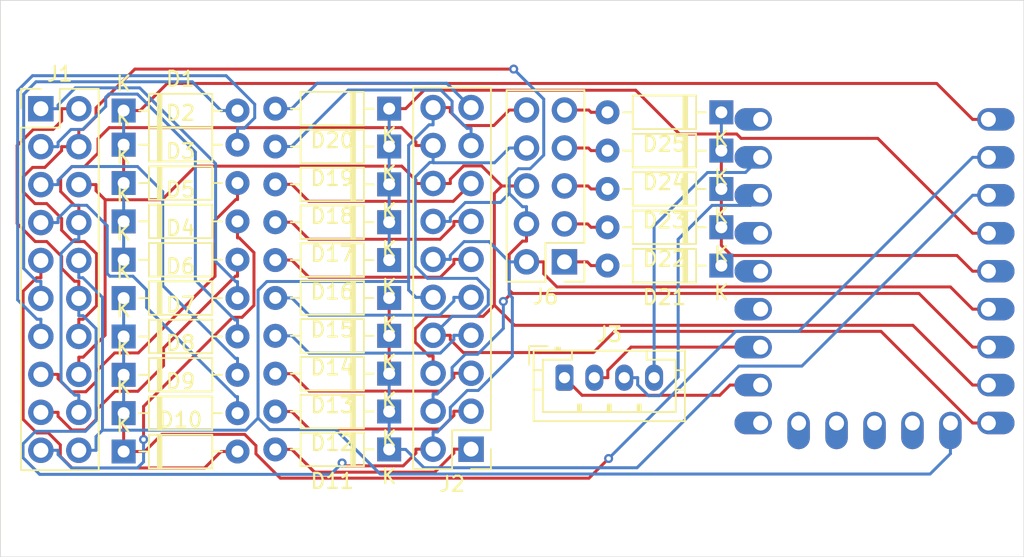
<source format=kicad_pcb>
(kicad_pcb (version 20240108) (generator "pcbnew") (generator_version "8.0")
  (layers (0 "F.Cu" signal) (31 "B.Cu" signal) (34 "B.Paste" user) (35 "F.Paste" user) (36 "B.SilkS" user "B.Silkscreen") (37 "F.SilkS" user "F.Silkscreen") (38 "B.Mask" user) (39 "F.Mask" user) (44 "Edge.Cuts" user))
  (net 0 "")
  (net 1 "Net-(D1-A)")
  (net 2 "Net-(D2-A)")
  (net 3 "Net-(D3-A)")
  (net 4 "Net-(D4-A)")
  (net 5 "Net-(D5-A)")
  (net 6 "Row 1")
  (net 7 "Net-(D6-A)")
  (net 8 "Net-(D7-A)")
  (net 9 "Net-(D8-A)")
  (net 10 "Net-(D9-A)")
  (net 11 "Net-(D10-A)")
  (net 12 "Row 2")
  (net 13 "Net-(D11-A)")
  (net 14 "Net-(D12-A)")
  (net 15 "Net-(D13-A)")
  (net 16 "Net-(D14-A)")
  (net 17 "Net-(D15-A)")
  (net 18 "Net-(D16-A)")
  (net 19 "Row 3")
  (net 20 "Net-(D17-A)")
  (net 21 "Net-(D18-A)")
  (net 22 "Net-(D19-A)")
  (net 23 "Net-(D20-A)")
  (net 24 "Row 4")
  (net 25 "Net-(D21-A)")
  (net 26 "Net-(D22-A)")
  (net 27 "Net-(D23-A)")
  (net 28 "Net-(D24-A)")
  (net 29 "Net-(D25-A)")
  (net 31 "Column 4")
  (net 33 "Column 3")
  (net 34 "Column 1")
  (net 40 "Column 2")
  (net 43 "Row 5")
  (net 44 "Column 5")
  (net 45 "Net-(J3-Pin_4)")
  (net 46 "Net-(J3-Pin_1)")
  (net 47 "Net-(J3-Pin_3)")
  (net 48 "Net-(J3-Pin_2)")
  (footprint "ScottoKeebs_Components:Diode_DO-35" (layer "F.Cu") (at 120.77 81.2666 180)
    (property "Reference" "D12")
    (property "Value" "Diode")
  )
  (footprint "ScottoKeebs_Components:Diode_DO-35" (layer "F.Cu") (at 103 63.4083)
    (property "Reference" "D2")
    (property "Value" "Diode")
  )
  (footprint "ScottoKeebs_Components:Diode_DO-35" (layer "F.Cu") (at 103 71.1083)
    (property "Reference" "D4")
    (property "Value" "Diode")
  )
  (footprint "ScottoKeebs_Components:Diode_DO-35" (layer "F.Cu") (at 103 83.9417)
    (property "Reference" "D10")
    (property "Value" "Diode")
  )
  (footprint "Connector_PinHeader_2.54mm:PinHeader_2x05_P2.54mm_Vertical" (layer "F.Cu") (at 132.5 71.25 180)
    (property "Reference" "J6")
    (property "Value" "Conn_02x05_Odd_Even" (hide yes))
  )
  (footprint "ScottoKeebs_Components:Diode_DO-35" (layer "F.Cu") (at 120.77 63.529 180)
    (property "Reference" "D19")
    (property "Value" "Diode")
  )
  (footprint "ScottoKeebs_Components:Diode_DO-35" (layer "F.Cu") (at 103 76.2417)
    (property "Reference" "D7")
    (property "Value" "Diode")
  )
  (footprint "Connector_JST:JST_PH_B4B-PH-K_1x04_P2.00mm_Vertical" (layer "F.Cu") (at 132.5 79)
    (property "Reference" "J3")
    (property "Value" "joystick")
  )
  (footprint "ScottoKeebs_Components:Diode_DO-35" (layer "F.Cu") (at 120.77 68.5969 180)
    (property "Reference" "D17")
    (property "Value" "Diode")
  )
  (footprint "ScottoKeebs_Components:Diode_DO-35" (layer "F.Cu") (at 143 71.5 180)
    (property "Reference" "D21")
    (property "Value" "Diode")
  )
  (footprint "ScottoKeebs_Components:Diode_DO-35" (layer "F.Cu") (at 143 63.805 180)
    (property "Reference" "D24")
    (property "Value" "Diode")
  )
  (footprint "ScottoKeebs_Components:Diode_DO-35" (layer "F.Cu") (at 120.77 78.7327 180)
    (property "Reference" "D13")
    (property "Value" "Diode")
  )
  (footprint "ScottoKeebs_Components:Diode_DO-35" (layer "F.Cu") (at 103 78.8083)
    (property "Reference" "D8")
    (property "Value" "Diode")
  )
  (footprint "ScottoKeebs_Components:Diode_DO-35" (layer "F.Cu") (at 120.77 71.1308 180)
    (property "Reference" "D16")
    (property "Value" "Diode")
  )
  (footprint "Connector_PinHeader_2.54mm:PinHeader_2x10_P2.54mm_Vertical" (layer "F.Cu") (at 126.25 83.785 180)
    (property "Reference" "J2")
    (property "Value" "Conn_02x10_Odd_Even" (hide yes))
  )
  (footprint "MountingHole:MountingHole_2.2mm_M2" (layer "F.Cu") (at 98.25 56.625)
    (property "Reference" "foo" (hide yes))
    (property "Value" "MountingHole_2.2mm_M2" (hide yes))
  )
  (footprint "ScottoKeebs_Components:Diode_DO-35" (layer "F.Cu") (at 103 61.125)
    (property "Reference" "D1")
    (property "Value" "Diode")
  )
  (footprint "ScottoKeebs_Components:Diode_DO-35" (layer "F.Cu") (at 103 73.675)
    (property "Reference" "D6")
    (property "Value" "Diode")
  )
  (footprint "ScottoKeebs_Components:Diode_DO-35" (layer "F.Cu") (at 120.77 76.1987 180)
    (property "Reference" "D14")
    (property "Value" "Diode")
  )
  (footprint "MountingHole:MountingHole_2.2mm_M2" (layer "F.Cu") (at 160.5 88.25 45)
    (property "Reference" "foo3" (hide yes))
    (property "Value" "MountingHole_2.2mm_M2" (hide yes))
  )
  (footprint "ScottoKeebs_Components:Diode_DO-35" (layer "F.Cu") (at 143 61.24 180)
    (property "Reference" "D25")
    (property "Value" "Diode")
  )
  (footprint "ScottoKeebs_Components:Diode_DO-35" (layer "F.Cu") (at 103 68.5417)
    (property "Reference" "D5")
    (property "Value" "Diode")
  )
  (footprint "ScottoKeebs_Components:Diode_DO-35" (layer "F.Cu") (at 103 81.375)
    (property "Reference" "D9")
    (property "Value" "Diode")
  )
  (footprint "ScottoKeebs_MCU:RP2040_Zero" (layer "F.Cu") (at 153.25 71.875)
    (property "Reference" "U1" (hide yes))
    (property "Value" "RP2040_Zero" (hide yes))
  )
  (footprint "ScottoKeebs_Components:Diode_DO-35" (layer "F.Cu") (at 120.77 60.995 180)
    (property "Reference" "D20")
    (property "Value" "Diode")
  )
  (footprint "ScottoKeebs_Components:Diode_DO-35" (layer "F.Cu") (at 143 66.37 180)
    (property "Reference" "D23")
    (property "Value" "Diode")
  )
  (footprint "MountingHole:MountingHole_2.2mm_M2" (layer "F.Cu") (at 98.25 88.375 45)
    (property "Reference" "foo1" (hide yes))
    (property "Value" "MountingHole_2.2mm_M2" (hide yes))
  )
  (footprint "ScottoKeebs_Components:Diode_DO-35" (layer "F.Cu") (at 120.77 73.6648 180)
    (property "Reference" "D15")
    (property "Value" "Diode")
  )
  (footprint "MountingHole:MountingHole_2.2mm_M2" (layer "F.Cu") (at 160.5 56.5 45)
    (property "Reference" "foo2" (hide yes))
    (property "Value" "MountingHole_2.2mm_M2" (hide yes))
  )
  (footprint "ScottoKeebs_Components:Diode_DO-35" (layer "F.Cu") (at 120.77 83.8006 180)
    (property "Reference" "D11")
    (property "Value" "Diode")
  )
  (footprint "Connector_PinHeader_2.54mm:PinHeader_2x10_P2.54mm_Vertical" (layer "F.Cu") (at 97.46 61)
    (property "Reference" "J1")
    (property "Value" "Conn_02x10_Odd_Even" (hide yes))
  )
  (footprint "ScottoKeebs_Components:Diode_DO-35" (layer "F.Cu") (at 103 65.975)
    (property "Reference" "D3")
    (property "Value" "Diode")
  )
  (footprint "ScottoKeebs_Components:Diode_DO-35" (layer "F.Cu") (at 120.77 66.0629 180)
    (property "Reference" "D18")
    (property "Value" "Diode")
  )
  (footprint "ScottoKeebs_Components:Diode_DO-35" (layer "F.Cu") (at 143 68.935 180)
    (property "Reference" "D22")
    (property "Value" "Diode")
  )
  (gr_rect (start 94.75 53.75) (end 163.25 91) (stroke (width 0.05)) (fill none) (layer "Edge.Cuts"))
  (segment (start 97.1354 59.1979) (end 107.5912 59.1979) (width 0.2) (layer "B.Cu") (net 1))
  (segment (start 96.3083 71.6846) (end 96.3083 60.025) (width 0.2) (layer "B.Cu") (net 1))
  (segment (start 97.46 72.5483) (end 97.172 72.5483) (width 0.2) (layer "B.Cu") (net 1))
  (segment (start 97.172 72.5483) (end 96.3083 71.6846) (width 0.2) (layer "B.Cu") (net 1))
  (segment (start 97.46 73.7) (end 97.46 72.5483) (width 0.2) (layer "B.Cu") (net 1))
  (segment (start 107.5912 59.1979) (end 109.5183 61.125) (width 0.2) (layer "B.Cu") (net 1))
  (segment (start 96.3083 60.025) (end 97.1354 59.1979) (width 0.2) (layer "B.Cu") (net 1))
  (segment (start 110.62 61.125) (end 109.5183 61.125) (width 0.2) (layer "B.Cu") (net 1))
  (segment (start 111.7702 60.7018) (end 109.8601 58.7917) (width 0.2) (layer "B.Cu") (net 2))
  (segment (start 95.9062 59.7873) (end 95.9062 73.7939) (width 0.2) (layer "B.Cu") (net 2))
  (segment (start 95.9062 73.7939) (end 97.2006 75.0883) (width 0.2) (layer "B.Cu") (net 2))
  (segment (start 111.7702 61.613) (end 111.7702 60.7018) (width 0.2) (layer "B.Cu") (net 2))
  (segment (start 109.8601 58.7917) (end 96.9018 58.7917) (width 0.2) (layer "B.Cu") (net 2))
  (segment (start 97.2006 75.0883) (end 97.46 75.0883) (width 0.2) (layer "B.Cu") (net 2))
  (segment (start 97.46 76.24) (end 97.46 75.0883) (width 0.2) (layer "B.Cu") (net 2))
  (segment (start 110.62 63.4083) (end 110.62 62.3066) (width 0.2) (layer "B.Cu") (net 2))
  (segment (start 110.62 62.3066) (end 111.0766 62.3066) (width 0.2) (layer "B.Cu") (net 2))
  (segment (start 96.9018 58.7917) (end 95.9062 59.7873) (width 0.2) (layer "B.Cu") (net 2))
  (segment (start 111.0766 62.3066) (end 111.7702 61.613) (width 0.2) (layer "B.Cu") (net 2))
  (segment (start 109.1181 72.207) (end 103.9817 77.3434) (width 0.2) (layer "F.Cu") (net 3))
  (segment (start 101.1517 79.2628) (end 100.4726 79.9419) (width 0.2) (layer "F.Cu") (net 3))
  (segment (start 101.1517 78.592) (end 101.1517 79.2628) (width 0.2) (layer "F.Cu") (net 3))
  (segment (start 102.4003 77.3434) (end 101.1517 78.592) (width 0.2) (layer "F.Cu") (net 3))
  (segment (start 109.1181 68.4645) (end 109.1181 72.207) (width 0.2) (layer "F.Cu") (net 3))
  (segment (start 99.4857 79.9419) (end 98.6117 79.0679) (width 0.2) (layer "F.Cu") (net 3))
  (segment (start 97.46 78.78) (end 98.6117 78.78) (width 0.2) (layer "F.Cu") (net 3))
  (segment (start 98.6117 79.0679) (end 98.6117 78.78) (width 0.2) (layer "F.Cu") (net 3))
  (segment (start 110.5059 67.0767) (end 109.1181 68.4645) (width 0.2) (layer "F.Cu") (net 3))
  (segment (start 100.4726 79.9419) (end 99.4857 79.9419) (width 0.2) (layer "F.Cu") (net 3))
  (segment (start 110.62 67.0767) (end 110.5059 67.0767) (width 0.2) (layer "F.Cu") (net 3))
  (segment (start 110.62 65.975) (end 110.62 67.0767) (width 0.2) (layer "F.Cu") (net 3))
  (segment (start 103.9817 77.3434) (end 102.4003 77.3434) (width 0.2) (layer "F.Cu") (net 3))
  (segment (start 99.5217 82.4985) (end 98.6117 81.5885) (width 0.2) (layer "F.Cu") (net 4))
  (segment (start 98.6117 81.5885) (end 98.6117 81.32) (width 0.2) (layer "F.Cu") (net 4))
  (segment (start 110.62 71.1083) (end 110.62 72.21) (width 0.2) (layer "F.Cu") (net 4))
  (segment (start 101.2417 81.1011) (end 101.2417 81.7125) (width 0.2) (layer "F.Cu") (net 4))
  (segment (start 105.6712 78.1914) (end 103.9526 79.91) (width 0.2) (layer "F.Cu") (net 4))
  (segment (start 110.4778 72.21) (end 105.6712 77.0166) (width 0.2) (layer "F.Cu") (net 4))
  (segment (start 97.46 81.32) (end 98.6117 81.32) (width 0.2) (layer "F.Cu") (net 4))
  (segment (start 105.6712 77.0166) (end 105.6712 78.1914) (width 0.2) (layer "F.Cu") (net 4))
  (segment (start 101.2417 81.7125) (end 100.4557 82.4985) (width 0.2) (layer "F.Cu") (net 4))
  (segment (start 103.9526 79.91) (end 102.4328 79.91) (width 0.2) (layer "F.Cu") (net 4))
  (segment (start 102.4328 79.91) (end 101.2417 81.1011) (width 0.2) (layer "F.Cu") (net 4))
  (segment (start 110.62 72.21) (end 110.4778 72.21) (width 0.2) (layer "F.Cu") (net 4))
  (segment (start 100.4557 82.4985) (end 99.5217 82.4985) (width 0.2) (layer "F.Cu") (net 4))
  (segment (start 110.7341 69.6434) (end 110.62 69.6434) (width 0.2) (layer "F.Cu") (net 5))
  (segment (start 110.62 68.5417) (end 110.62 69.6434) (width 0.2) (layer "F.Cu") (net 5))
  (segment (start 111.7217 70.631) (end 110.7341 69.6434) (width 0.2) (layer "F.Cu") (net 5))
  (segment (start 111.7217 74.159) (end 111.7217 70.631) (width 0.2) (layer "F.Cu") (net 5))
  (segment (start 104.3331 80.927) (end 110.3017 74.9584) (width 0.2) (layer "F.Cu") (net 5))
  (segment (start 104.3331 83.1384) (end 104.3331 80.927) (width 0.2) (layer "F.Cu") (net 5))
  (segment (start 110.3017 74.9584) (end 110.9223 74.9584) (width 0.2) (layer "F.Cu") (net 5))
  (segment (start 110.9223 74.9584) (end 111.7217 74.159) (width 0.2) (layer "F.Cu") (net 5))
  (via (at 104.3331 83.1384) (size 0.6) (drill 0.3) (layers "F.Cu" "B.Cu") (net 5))
  (segment (start 97.46 83.86) (end 98.6117 83.86) (width 0.2) (layer "B.Cu") (net 5))
  (segment (start 104.3331 84.6353) (end 104.3331 83.1384) (width 0.2) (layer "B.Cu") (net 5))
  (segment (start 98.6117 84.1479) (end 99.5072 85.0434) (width 0.2) (layer "B.Cu") (net 5))
  (segment (start 103.925 85.0434) (end 104.3331 84.6353) (width 0.2) (layer "B.Cu") (net 5))
  (segment (start 99.5072 85.0434) (end 103.925 85.0434) (width 0.2) (layer "B.Cu") (net 5))
  (segment (start 98.6117 83.86) (end 98.6117 84.1479) (width 0.2) (layer "B.Cu") (net 5))
  (segment (start 160.87 61.715) (end 159.8183 61.715) (width 0.2) (layer "F.Cu") (net 6))
  (segment (start 157.4135 59.3102) (end 105.9165 59.3102) (width 0.2) (layer "F.Cu") (net 6))
  (segment (start 105.9165 59.3102) (end 104.1017 61.125) (width 0.2) (layer "F.Cu") (net 6))
  (segment (start 159.8183 61.715) (end 157.4135 59.3102) (width 0.2) (layer "F.Cu") (net 6))
  (segment (start 103 65.975) (end 103 63.4083) (width 0.2) (layer "F.Cu") (net 6))
  (segment (start 103 61.125) (end 104.1017 61.125) (width 0.2) (layer "F.Cu") (net 6))
  (segment (start 103 68.5417) (end 103 71.1083) (width 0.2) (layer "B.Cu") (net 6))
  (segment (start 103 61.125) (end 103 63.4083) (width 0.2) (layer "B.Cu") (net 6))
  (segment (start 103 65.975) (end 103 68.5417) (width 0.2) (layer "B.Cu") (net 6))
  (segment (start 97.46 61) (end 98.6117 61) (width 0.2) (layer "B.Cu") (net 7))
  (segment (start 110.5059 72.5733) (end 110.62 72.5733) (width 0.2) (layer "B.Cu") (net 7))
  (segment (start 99.766 59.6041) (end 104.0746 59.6041) (width 0.2) (layer "B.Cu") (net 7))
  (segment (start 109.1535 71.2209) (end 110.5059 72.5733) (width 0.2) (layer "B.Cu") (net 7))
  (segment (start 104.0746 59.6041) (end 109.1535 64.683) (width 0.2) (layer "B.Cu") (net 7))
  (segment (start 109.1535 64.683) (end 109.1535 71.2209) (width 0.2) (layer "B.Cu") (net 7))
  (segment (start 110.62 73.675) (end 110.62 72.5733) (width 0.2) (layer "B.Cu") (net 7))
  (segment (start 98.6117 61) (end 98.6117 60.7584) (width 0.2) (layer "B.Cu") (net 7))
  (segment (start 98.6117 60.7584) (end 99.766 59.6041) (width 0.2) (layer "B.Cu") (net 7))
  (segment (start 99.4754 62.3883) (end 100.2604 62.3883) (width 0.2) (layer "B.Cu") (net 8))
  (segment (start 100.2604 62.3883) (end 101.8008 60.8479) (width 0.2) (layer "B.Cu") (net 8))
  (segment (start 107.8001 63.8984) (end 107.8001 72.4794) (width 0.2) (layer "B.Cu") (net 8))
  (segment (start 98.6117 63.252) (end 99.4754 62.3883) (width 0.2) (layer "B.Cu") (net 8))
  (segment (start 97.46 63.54) (end 98.6117 63.54) (width 0.2) (layer "B.Cu") (net 8))
  (segment (start 98.6117 63.54) (end 98.6117 63.252) (width 0.2) (layer "B.Cu") (net 8))
  (segment (start 107.8001 72.4794) (end 110.4607 75.14) (width 0.2) (layer "B.Cu") (net 8))
  (segment (start 110.4607 75.14) (end 110.62 75.14) (width 0.2) (layer "B.Cu") (net 8))
  (segment (start 110.62 76.2417) (end 110.62 75.14) (width 0.2) (layer "B.Cu") (net 8))
  (segment (start 103.925 60.0233) (end 107.8001 63.8984) (width 0.2) (layer "B.Cu") (net 8))
  (segment (start 102.0081 60.0233) (end 103.925 60.0233) (width 0.2) (layer "B.Cu") (net 8))
  (segment (start 101.8008 60.2306) (end 102.0081 60.0233) (width 0.2) (layer "B.Cu") (net 8))
  (segment (start 101.8008 60.8479) (end 101.8008 60.2306) (width 0.2) (layer "B.Cu") (net 8))
  (segment (start 110.62 78.8083) (end 110.62 77.7066) (width 0.2) (layer "B.Cu") (net 9))
  (segment (start 103.929 64.8692) (end 99.5346 64.8692) (width 0.2) (layer "B.Cu") (net 9))
  (segment (start 105.6143 66.5545) (end 103.929 64.8692) (width 0.2) (layer "B.Cu") (net 9))
  (segment (start 110.4822 77.7066) (end 105.6143 72.8387) (width 0.2) (layer "B.Cu") (net 9))
  (segment (start 99.5346 64.8692) (end 98.6117 65.7921) (width 0.2) (layer "B.Cu") (net 9))
  (segment (start 97.46 66.08) (end 98.6117 66.08) (width 0.2) (layer "B.Cu") (net 9))
  (segment (start 110.62 77.7066) (end 110.4822 77.7066) (width 0.2) (layer "B.Cu") (net 9))
  (segment (start 98.6117 65.7921) (end 98.6117 66.08) (width 0.2) (layer "B.Cu") (net 9))
  (segment (start 105.6143 72.8387) (end 105.6143 66.5545) (width 0.2) (layer "B.Cu") (net 9))
  (segment (start 98.6117 68.3321) (end 99.4787 67.4651) (width 0.2) (layer "B.Cu") (net 10))
  (segment (start 101.8983 68.8331) (end 101.8983 72.0333) (width 0.2) (layer "B.Cu") (net 10))
  (segment (start 104.5376 73.1265) (end 104.5376 74.305) (width 0.2) (layer "B.Cu") (net 10))
  (segment (start 110.5059 80.2733) (end 110.62 80.2733) (width 0.2) (layer "B.Cu") (net 10))
  (segment (start 101.8983 72.0333) (end 102.075 72.21) (width 0.2) (layer "B.Cu") (net 10))
  (segment (start 102.075 72.21) (end 103.6211 72.21) (width 0.2) (layer "B.Cu") (net 10))
  (segment (start 100.5303 67.4651) (end 101.8983 68.8331) (width 0.2) (layer "B.Cu") (net 10))
  (segment (start 104.5376 74.305) (end 110.5059 80.2733) (width 0.2) (layer "B.Cu") (net 10))
  (segment (start 99.4787 67.4651) (end 100.5303 67.4651) (width 0.2) (layer "B.Cu") (net 10))
  (segment (start 98.6117 68.62) (end 98.6117 68.3321) (width 0.2) (layer "B.Cu") (net 10))
  (segment (start 97.46 68.62) (end 98.6117 68.62) (width 0.2) (layer "B.Cu") (net 10))
  (segment (start 110.62 81.375) (end 110.62 80.2733) (width 0.2) (layer "B.Cu") (net 10))
  (segment (start 103.6211 72.21) (end 104.5376 73.1265) (width 0.2) (layer "B.Cu") (net 10))
  (segment (start 97.9626 82.6985) (end 98.7617 83.4976) (width 0.2) (layer "F.Cu") (net 11))
  (segment (start 99.5458 85.0434) (end 108.4166 85.0434) (width 0.2) (layer "F.Cu") (net 11))
  (segment (start 97.46 72.3117) (end 97.1721 72.3117) (width 0.2) (layer "F.Cu") (net 11))
  (segment (start 108.4166 85.0434) (end 109.5183 83.9417) (width 0.2) (layer "F.Cu") (net 11))
  (segment (start 97.1721 72.3117) (end 96.275 73.2088) (width 0.2) (layer "F.Cu") (net 11))
  (segment (start 97.1843 82.6985) (end 97.9626 82.6985) (width 0.2) (layer "F.Cu") (net 11))
  (segment (start 98.7617 84.2593) (end 99.5458 85.0434) (width 0.2) (layer "F.Cu") (net 11))
  (segment (start 96.275 73.2088) (end 96.275 81.7892) (width 0.2) (layer "F.Cu") (net 11))
  (segment (start 97.46 71.16) (end 97.46 72.3117) (width 0.2) (layer "F.Cu") (net 11))
  (segment (start 96.275 81.7892) (end 97.1843 82.6985) (width 0.2) (layer "F.Cu") (net 11))
  (segment (start 98.7617 83.4976) (end 98.7617 84.2593) (width 0.2) (layer "F.Cu") (net 11))
  (segment (start 110.62 83.9417) (end 109.5183 83.9417) (width 0.2) (layer "F.Cu") (net 11))
  (segment (start 134.1416 85.7253) (end 135.4566 84.4103) (width 0.2) (layer "F.Cu") (net 12))
  (segment (start 104.1017 83.9417) (end 104.4125 83.9417) (width 0.2) (layer "F.Cu") (net 12))
  (segment (start 111.1021 82.7948) (end 111.8539 83.5466) (width 0.2) (layer "F.Cu") (net 12))
  (segment (start 111.8539 84.095) (end 113.4842 85.7253) (width 0.2) (layer "F.Cu") (net 12))
  (segment (start 103 83.9417) (end 103 81.375) (width 0.2) (layer "F.Cu") (net 12))
  (segment (start 111.8539 83.5466) (end 111.8539 84.095) (width 0.2) (layer "F.Cu") (net 12))
  (segment (start 113.4842 85.7253) (end 134.1416 85.7253) (width 0.2) (layer "F.Cu") (net 12))
  (segment (start 104.4125 83.9417) (end 105.5594 82.7948) (width 0.2) (layer "F.Cu") (net 12))
  (segment (start 103 83.9417) (end 104.1017 83.9417) (width 0.2) (layer "F.Cu") (net 12))
  (segment (start 105.5594 82.7948) (end 111.1021 82.7948) (width 0.2) (layer "F.Cu") (net 12))
  (via (at 135.4566 84.4103) (size 0.6) (drill 0.3) (layers "F.Cu" "B.Cu") (net 12))
  (segment (start 103 81.375) (end 103 78.8083) (width 0.2) (layer "B.Cu") (net 12))
  (segment (start 159.8183 64.255) (end 148.17 75.9033) (width 0.2) (layer "B.Cu") (net 12))
  (segment (start 103 73.675) (end 103 76.2417) (width 0.2) (layer "B.Cu") (net 12))
  (segment (start 143.9636 75.9033) (end 135.4566 84.4103) (width 0.2) (layer "B.Cu") (net 12))
  (segment (start 160.87 64.255) (end 159.8183 64.255) (width 0.2) (layer "B.Cu") (net 12))
  (segment (start 148.17 75.9033) (end 143.9636 75.9033) (width 0.2) (layer "B.Cu") (net 12))
  (segment (start 103 78.8083) (end 103 76.2417) (width 0.2) (layer "B.Cu") (net 12))
  (segment (start 125.0983 83.785) (end 125.0983 84.0456) (width 0.2) (layer "F.Cu") (net 13))
  (segment (start 126.25 83.785) (end 125.0983 83.785) (width 0.2) (layer "F.Cu") (net 13))
  (segment (start 123.8203 85.3236) (end 115.7747 85.3236) (width 0.2) (layer "F.Cu") (net 13))
  (segment (start 115.7747 85.3236) (end 114.2517 83.8006) (width 0.2) (layer "F.Cu") (net 13))
  (segment (start 125.0983 84.0456) (end 123.8203 85.3236) (width 0.2) (layer "F.Cu") (net 13))
  (segment (start 113.15 83.8006) (end 114.2517 83.8006) (width 0.2) (layer "F.Cu") (net 13))
  (segment (start 115.4221 82.437) (end 114.2517 81.2666) (width 0.2) (layer "F.Cu") (net 14))
  (segment (start 125.0983 81.245) (end 125.0983 81.5329) (width 0.2) (layer "F.Cu") (net 14))
  (segment (start 126.25 81.245) (end 125.0983 81.245) (width 0.2) (layer "F.Cu") (net 14))
  (segment (start 113.15 81.2666) (end 114.2517 81.2666) (width 0.2) (layer "F.Cu") (net 14))
  (segment (start 124.1942 82.437) (end 115.4221 82.437) (width 0.2) (layer "F.Cu") (net 14))
  (segment (start 125.0983 81.5329) (end 124.1942 82.437) (width 0.2) (layer "F.Cu") (net 14))
  (segment (start 113.15 78.7327) (end 114.2517 78.7327) (width 0.2) (layer "F.Cu") (net 15))
  (segment (start 126.25 78.705) (end 125.0983 78.705) (width 0.2) (layer "F.Cu") (net 15))
  (segment (start 125.0983 78.705) (end 125.0983 78.9929) (width 0.2) (layer "F.Cu") (net 15))
  (segment (start 125.0983 78.9929) (end 124.1938 79.8974) (width 0.2) (layer "F.Cu") (net 15))
  (segment (start 115.4164 79.8974) (end 114.2517 78.7327) (width 0.2) (layer "F.Cu") (net 15))
  (segment (start 124.1938 79.8974) (end 115.4164 79.8974) (width 0.2) (layer "F.Cu") (net 15))
  (segment (start 124.1935 77.3577) (end 115.4107 77.3577) (width 0.2) (layer "B.Cu") (net 16))
  (segment (start 125.0983 76.165) (end 125.0983 76.4529) (width 0.2) (layer "B.Cu") (net 16))
  (segment (start 115.4107 77.3577) (end 114.2517 76.1987) (width 0.2) (layer "B.Cu") (net 16))
  (segment (start 125.0983 76.4529) (end 124.1935 77.3577) (width 0.2) (layer "B.Cu") (net 16))
  (segment (start 113.15 76.1987) (end 114.2517 76.1987) (width 0.2) (layer "B.Cu") (net 16))
  (segment (start 126.25 76.165) (end 125.0983 76.165) (width 0.2) (layer "B.Cu") (net 16))
  (segment (start 126.25 73.625) (end 125.0983 73.625) (width 0.2) (layer "B.Cu") (net 17))
  (segment (start 115.405 74.8181) (end 114.2517 73.6648) (width 0.2) (layer "B.Cu") (net 17))
  (segment (start 125.0983 73.8762) (end 124.1564 74.8181) (width 0.2) (layer "B.Cu") (net 17))
  (segment (start 113.15 73.6648) (end 114.2517 73.6648) (width 0.2) (layer "B.Cu") (net 17))
  (segment (start 125.0983 73.625) (end 125.0983 73.8762) (width 0.2) (layer "B.Cu") (net 17))
  (segment (start 124.1564 74.8181) (end 115.405 74.8181) (width 0.2) (layer "B.Cu") (net 17))
  (segment (start 115.3994 72.2785) (end 114.2517 71.1308) (width 0.2) (layer "F.Cu") (net 18))
  (segment (start 125.0983 71.085) (end 125.0983 71.3729) (width 0.2) (layer "F.Cu") (net 18))
  (segment (start 113.15 71.1308) (end 114.2517 71.1308) (width 0.2) (layer "F.Cu") (net 18))
  (segment (start 126.25 71.085) (end 125.0983 71.085) (width 0.2) (layer "F.Cu") (net 18))
  (segment (start 125.0983 71.3729) (end 124.1927 72.2785) (width 0.2) (layer "F.Cu") (net 18))
  (segment (start 124.1927 72.2785) (end 115.3994 72.2785) (width 0.2) (layer "F.Cu") (net 18))
  (segment (start 120.77 73.6648) (end 120.77 76.1987) (width 0.2) (layer "F.Cu") (net 19))
  (segment (start 120.77 78.7327) (end 120.77 76.1987) (width 0.2) (layer "F.Cu") (net 19))
  (segment (start 123.0981 85.027) (end 137.3591 85.027) (width 0.2) (layer "B.Cu") (net 19))
  (segment (start 120.77 81.2666) (end 120.77 78.7327) (width 0.2) (layer "B.Cu") (net 19))
  (segment (start 137.3591 85.027) (end 144.1611 78.225) (width 0.2) (layer "B.Cu") (net 19))
  (segment (start 120.77 83.8006) (end 121.3209 83.8006) (width 0.2) (layer "B.Cu") (net 19))
  (segment (start 121.3209 83.8006) (end 121.8717 83.8006) (width 0.2) (layer "B.Cu") (net 19))
  (segment (start 144.1611 78.225) (end 148.3883 78.225) (width 0.2) (layer "B.Cu") (net 19))
  (segment (start 160.87 66.795) (end 159.8183 66.795) (width 0.2) (layer "B.Cu") (net 19))
  (segment (start 121.8717 83.8006) (end 123.0981 85.027) (width 0.2) (layer "B.Cu") (net 19))
  (segment (start 121.3209 83.8006) (end 120.77 83.2497) (width 0.2) (layer "B.Cu") (net 19))
  (segment (start 120.77 83.2497) (end 120.77 81.2666) (width 0.2) (layer "B.Cu") (net 19))
  (segment (start 148.3883 78.225) (end 159.8183 66.795) (width 0.2) (layer "B.Cu") (net 19))
  (segment (start 126.25 68.545) (end 125.0983 68.545) (width 0.2) (layer "F.Cu") (net 20))
  (segment (start 114.2517 68.5969) (end 115.3937 69.7389) (width 0.2) (layer "F.Cu") (net 20))
  (segment (start 113.15 68.5969) (end 114.2517 68.5969) (width 0.2) (layer "F.Cu") (net 20))
  (segment (start 115.3937 69.7389) (end 124.1729 69.7389) (width 0.2) (layer "F.Cu") (net 20))
  (segment (start 124.1729 69.7389) (end 125.0983 68.8135) (width 0.2) (layer "F.Cu") (net 20))
  (segment (start 125.0983 68.8135) (end 125.0983 68.545) (width 0.2) (layer "F.Cu") (net 20))
  (segment (start 114.2517 66.0629) (end 115.388 67.1992) (width 0.2) (layer "F.Cu") (net 21))
  (segment (start 113.15 66.0629) (end 114.2517 66.0629) (width 0.2) (layer "F.Cu") (net 21))
  (segment (start 115.388 67.1992) (end 125.0558 67.1992) (width 0.2) (layer "F.Cu") (net 21))
  (segment (start 125.0558 67.1992) (end 126.25 66.005) (width 0.2) (layer "F.Cu") (net 21))
  (segment (start 124.98 61.3118) (end 125.9815 62.3133) (width 0.2) (layer "B.Cu") (net 22))
  (segment (start 124.2267 59.7491) (end 124.98 60.5024) (width 0.2) (layer "B.Cu") (net 22))
  (segment (start 125.9815 62.3133) (end 126.25 62.3133) (width 0.2) (layer "B.Cu") (net 22))
  (segment (start 126.25 63.465) (end 126.25 62.3133) (width 0.2) (layer "B.Cu") (net 22))
  (segment (start 124.98 60.5024) (end 124.98 61.3118) (width 0.2) (layer "B.Cu") (net 22))
  (segment (start 114.2517 63.529) (end 118.0316 59.7491) (width 0.2) (layer "B.Cu") (net 22))
  (segment (start 118.0316 59.7491) (end 124.2267 59.7491) (width 0.2) (layer "B.Cu") (net 22))
  (segment (start 113.15 63.529) (end 114.2517 63.529) (width 0.2) (layer "B.Cu") (net 22))
  (segment (start 115.9488 59.2979) (end 114.2517 60.995) (width 0.2) (layer "B.Cu") (net 23))
  (segment (start 113.15 60.995) (end 114.2517 60.995) (width 0.2) (layer "B.Cu") (net 23))
  (segment (start 126.25 60.925) (end 124.6229 59.2979) (width 0.2) (layer "B.Cu") (net 23))
  (segment (start 124.6229 59.2979) (end 115.9488 59.2979) (width 0.2) (layer "B.Cu") (net 23))
  (segment (start 144.0275 62.6925) (end 144.32 62.985) (width 0.2) (layer "F.Cu") (net 24))
  (segment (start 144.32 62.985) (end 153.4683 62.985) (width 0.2) (layer "F.Cu") (net 24))
  (segment (start 140.1974 62.6925) (end 144.0275 62.6925) (width 0.2) (layer "F.Cu") (net 24))
  (segment (start 137.2679 59.763) (end 140.1974 62.6925) (width 0.2) (layer "F.Cu") (net 24))
  (segment (start 153.4683 62.985) (end 159.8183 69.335) (width 0.2) (layer "F.Cu") (net 24))
  (segment (start 160.87 69.335) (end 159.8183 69.335) (width 0.2) (layer "F.Cu") (net 24))
  (segment (start 121.8717 60.995) (end 123.1037 59.763) (width 0.2) (layer "F.Cu") (net 24))
  (segment (start 123.1037 59.763) (end 137.2679 59.763) (width 0.2) (layer "F.Cu") (net 24))
  (segment (start 120.77 60.995) (end 121.8717 60.995) (width 0.2) (layer "F.Cu") (net 24))
  (segment (start 120.77 68.5969) (end 120.77 66.0629) (width 0.2) (layer "B.Cu") (net 24))
  (segment (start 120.77 60.995) (end 120.77 63.529) (width 0.2) (layer "B.Cu") (net 24))
  (segment (start 120.77 66.0629) (end 120.77 63.529) (width 0.2) (layer "B.Cu") (net 24))
  (segment (start 120.77 71.1308) (end 120.77 68.5969) (width 0.2) (layer "B.Cu") (net 24))
  (segment (start 132.5 71.25) (end 134.0283 71.25) (width 0.2) (layer "F.Cu") (net 25))
  (segment (start 135.38 71.5) (end 134.2783 71.5) (width 0.2) (layer "F.Cu") (net 25))
  (segment (start 134.0283 71.25) (end 134.2783 71.5) (width 0.2) (layer "F.Cu") (net 25))
  (segment (start 135.38 68.935) (end 134.2783 68.935) (width 0.2) (layer "F.Cu") (net 26))
  (segment (start 132.5 68.71) (end 134.0533 68.71) (width 0.2) (layer "F.Cu") (net 26))
  (segment (start 134.0533 68.71) (end 134.2783 68.935) (width 0.2) (layer "F.Cu") (net 26))
  (segment (start 132.5 66.17) (end 134.0783 66.17) (width 0.2) (layer "F.Cu") (net 27))
  (segment (start 134.0783 66.17) (end 134.2783 66.37) (width 0.2) (layer "F.Cu") (net 27))
  (segment (start 135.38 66.37) (end 134.2783 66.37) (width 0.2) (layer "F.Cu") (net 27))
  (segment (start 132.5 63.63) (end 134.1033 63.63) (width 0.2) (layer "F.Cu") (net 28))
  (segment (start 134.1033 63.63) (end 134.2783 63.805) (width 0.2) (layer "F.Cu") (net 28))
  (segment (start 135.38 63.805) (end 134.2783 63.805) (width 0.2) (layer "F.Cu") (net 28))
  (segment (start 135.38 61.24) (end 134.2783 61.24) (width 0.2) (layer "F.Cu") (net 29))
  (segment (start 132.5 61.09) (end 134.1283 61.09) (width 0.2) (layer "F.Cu") (net 29))
  (segment (start 134.1283 61.09) (end 134.2783 61.24) (width 0.2) (layer "F.Cu") (net 29))
  (segment (start 123.71 63.465) (end 122.5583 63.465) (width 0.2) (layer "F.Cu") (net 31))
  (segment (start 98.785 66.5412) (end 98.785 65.6281) (width 0.2) (layer "F.Cu") (net 31))
  (segment (start 160.87 82.035) (end 159.8183 82.035) (width 0.2) (layer "F.Cu") (net 31))
  (segment (start 122.5583 63.2264) (end 122.5583 63.465) (width 0.2) (layer "F.Cu") (net 31))
  (segment (start 134.4343 77.3192) (end 135.8519 75.9016) (width 0.2) (layer "F.Cu") (net 31))
  (segment (start 98.785 65.6281) (end 99.5383 64.8748) (width 0.2) (layer "F.Cu") (net 31))
  (segment (start 124.8617 76.165) (end 124.8617 76.4529) (width 0.2) (layer "F.Cu") (net 31))
  (segment (start 123.71 76.165) (end 124.8617 76.165) (width 0.2) (layer "F.Cu") (net 31))
  (segment (start 101.2882 63.9701) (end 101.2882 63.0119) (width 0.2) (layer "F.Cu") (net 31))
  (segment (start 100 67.4683) (end 99.7121 67.4683) (width 0.2) (layer "F.Cu") (net 31))
  (segment (start 125.728 77.3192) (end 134.4343 77.3192) (width 0.2) (layer "F.Cu") (net 31))
  (segment (start 124.8617 76.4529) (end 125.728 77.3192) (width 0.2) (layer "F.Cu") (net 31))
  (segment (start 101.2882 63.0119) (end 102.0334 62.2667) (width 0.2) (layer "F.Cu") (net 31))
  (segment (start 102.0334 62.2667) (end 121.5986 62.2667) (width 0.2) (layer "F.Cu") (net 31))
  (segment (start 99.7121 67.4683) (end 98.785 66.5412) (width 0.2) (layer "F.Cu") (net 31))
  (segment (start 99.5383 64.8748) (end 100.3835 64.8748) (width 0.2) (layer "F.Cu") (net 31))
  (segment (start 121.5986 62.2667) (end 122.5583 63.2264) (width 0.2) (layer "F.Cu") (net 31))
  (segment (start 135.8519 75.9016) (end 153.6849 75.9016) (width 0.2) (layer "F.Cu") (net 31))
  (segment (start 100.3835 64.8748) (end 101.2882 63.9701) (width 0.2) (layer "F.Cu") (net 31))
  (segment (start 100 68.62) (end 100 67.4683) (width 0.2) (layer "F.Cu") (net 31))
  (segment (start 153.6849 75.9016) (end 159.8183 82.035) (width 0.2) (layer "F.Cu") (net 31))
  (segment (start 123.3379 72.355) (end 126.6425 72.355) (width 0.2) (layer "B.Cu") (net 31))
  (segment (start 122.516 71.5331) (end 123.3379 72.355) (width 0.2) (layer "B.Cu") (net 31))
  (segment (start 99.7121 69.7717) (end 98.8094 70.6744) (width 0.2) (layer "B.Cu") (net 31))
  (segment (start 99.7315 80.1683) (end 100 80.1683) (width 0.2) (layer "B.Cu") (net 31))
  (segment (start 123.71 64.5943) (end 123.4918 64.5943) (width 0.2) (layer "B.Cu") (net 31))
  (segment (start 127.8216 64.6167) (end 123.7324 64.6167) (width 0.2) (layer "B.Cu") (net 31))
  (segment (start 123.7324 64.6167) (end 123.71 64.5943) (width 0.2) (layer "B.Cu") (net 31))
  (segment (start 127.4017 74.116) (end 126.6227 74.895) (width 0.2) (layer "B.Cu") (net 31))
  (segment (start 124.98 74.895) (end 123.71 76.165) (width 0.2) (layer "B.Cu") (net 31))
  (segment (start 123.4918 64.5943) (end 122.516 65.5701) (width 0.2) (layer "B.Cu") (net 31))
  (segment (start 98.8094 70.6744) (end 98.8094 79.2462) (width 0.2) (layer "B.Cu") (net 31))
  (segment (start 122.516 65.5701) (end 122.516 71.5331) (width 0.2) (layer "B.Cu") (net 31))
  (segment (start 126.6425 72.355) (end 127.4017 73.1142) (width 0.2) (layer "B.Cu") (net 31))
  (segment (start 128.8083 63.63) (end 127.8216 64.6167) (width 0.2) (layer "B.Cu") (net 31))
  (segment (start 98.8094 79.2462) (end 99.7315 80.1683) (width 0.2) (layer "B.Cu") (net 31))
  (segment (start 123.71 63.465) (end 123.71 64.5943) (width 0.2) (layer "B.Cu") (net 31))
  (segment (start 127.4017 73.1142) (end 127.4017 74.116) (width 0.2) (layer "B.Cu") (net 31))
  (segment (start 100 68.62) (end 100 69.7717) (width 0.2) (layer "B.Cu") (net 31))
  (segment (start 129.96 63.63) (end 128.8083 63.63) (width 0.2) (layer "B.Cu") (net 31))
  (segment (start 100 69.7717) (end 99.7121 69.7717) (width 0.2) (layer "B.Cu") (net 31))
  (segment (start 126.6227 74.895) (end 124.98 74.895) (width 0.2) (layer "B.Cu") (net 31))
  (segment (start 100 81.32) (end 100 80.1683) (width 0.2) (layer "B.Cu") (net 31))
  (segment (start 123.3335 74.895) (end 122.5102 75.7183) (width 0.2) (layer "F.Cu") (net 33))
  (segment (start 123.4415 77.5533) (end 123.71 77.5533) (width 0.2) (layer "F.Cu") (net 33))
  (segment (start 127.8089 74.1454) (end 127.0593 74.895) (width 0.2) (layer "F.Cu") (net 33))
  (segment (start 129.1603 75.4968) (end 155.8201 75.4968) (width 0.2) (layer "F.Cu") (net 33))
  (segment (start 124.8617 66.005) (end 124.8617 65.7171) (width 0.2) (layer "F.Cu") (net 33))
  (segment (start 121.6131 64.8439) (end 122.5583 65.7891) (width 0.2) (layer "F.Cu") (net 33))
  (segment (start 122.5102 76.622) (end 123.4415 77.5533) (width 0.2) (layer "F.Cu") (net 33))
  (segment (start 100 77.6283) (end 100.2879 77.6283) (width 0.2) (layer "F.Cu") (net 33))
  (segment (start 128.305 66.17) (end 128.8083 66.17) (width 0.2) (layer "F.Cu") (net 33))
  (segment (start 129.96 66.17) (end 128.8083 66.17) (width 0.2) (layer "F.Cu") (net 33))
  (segment (start 100 78.78) (end 100 77.6283) (width 0.2) (layer "F.Cu") (net 33))
  (segment (start 107.8182 64.8439) (end 121.6131 64.8439) (width 0.2) (layer "F.Cu") (net 33))
  (segment (start 123.71 66.005) (end 122.5583 66.005) (width 0.2) (layer "F.Cu") (net 33))
  (segment (start 155.8201 75.4968) (end 159.8183 79.495) (width 0.2) (layer "F.Cu") (net 33))
  (segment (start 124.8617 65.7171) (end 125.7495 64.8293) (width 0.2) (layer "F.Cu") (net 33))
  (segment (start 126.9643 64.8293) (end 128.305 66.17) (width 0.2) (layer "F.Cu") (net 33))
  (segment (start 101.7605 76.1557) (end 101.7605 67.0929) (width 0.2) (layer "F.Cu") (net 33))
  (segment (start 101.1517 66.08) (end 101.1517 66.4841) (width 0.2) (layer "F.Cu") (net 33))
  (segment (start 160.87 79.495) (end 159.8183 79.495) (width 0.2) (layer "F.Cu") (net 33))
  (segment (start 127.8089 66.6661) (end 127.8089 74.1454) (width 0.2) (layer "F.Cu") (net 33))
  (segment (start 101.7605 67.0929) (end 105.5692 67.0929) (width 0.2) (layer "F.Cu") (net 33))
  (segment (start 128.305 66.17) (end 127.8089 66.6661) (width 0.2) (layer "F.Cu") (net 33))
  (segment (start 127.0593 74.895) (end 123.3335 74.895) (width 0.2) (layer "F.Cu") (net 33))
  (segment (start 123.71 66.005) (end 124.8617 66.005) (width 0.2) (layer "F.Cu") (net 33))
  (segment (start 125.7495 64.8293) (end 126.9643 64.8293) (width 0.2) (layer "F.Cu") (net 33))
  (segment (start 123.71 78.705) (end 123.71 77.5533) (width 0.2) (layer "F.Cu") (net 33))
  (segment (start 101.1517 66.4841) (end 101.7605 67.0929) (width 0.2) (layer "F.Cu") (net 33))
  (segment (start 100.2879 77.6283) (end 101.7605 76.1557) (width 0.2) (layer "F.Cu") (net 33))
  (segment (start 105.5692 67.0929) (end 107.8182 64.8439) (width 0.2) (layer "F.Cu") (net 33))
  (segment (start 127.8089 74.1454) (end 129.1603 75.4968) (width 0.2) (layer "F.Cu") (net 33))
  (segment (start 122.5102 75.7183) (end 122.5102 76.622) (width 0.2) (layer "F.Cu") (net 33))
  (segment (start 100 66.08) (end 101.1517 66.08) (width 0.2) (layer "F.Cu") (net 33))
  (segment (start 122.5583 65.7891) (end 122.5583 66.005) (width 0.2) (layer "F.Cu") (net 33))
  (segment (start 100 61) (end 98.8483 61) (width 0.2) (layer "F.Cu") (net 34))
  (segment (start 117.8153 84.9023) (end 117.6214 84.7084) (width 0.2) (layer "F.Cu") (net 34))
  (segment (start 97.0819 69.89) (end 97.8541 69.89) (width 0.2) (layer "F.Cu") (net 34))
  (segment (start 131.9966 72.9267) (end 158.33 72.9267) (width 0.2) (layer "F.Cu") (net 34))
  (segment (start 160.87 74.415) (end 159.8183 74.415) (width 0.2) (layer "F.Cu") (net 34))
  (segment (start 99.712 72.5483) (end 100 72.5483) (width 0.2) (layer "F.Cu") (net 34))
  (segment (start 98.8483 71.6846) (end 99.712 72.5483) (width 0.2) (layer "F.Cu") (net 34))
  (segment (start 129.96 71.25) (end 131.1117 71.25) (width 0.2) (layer "F.Cu") (net 34))
  (segment (start 131.1117 71.25) (end 131.1117 72.0418) (width 0.2) (layer "F.Cu") (net 34))
  (segment (start 122.5583 83.785) (end 122.5583 84.0535) (width 0.2) (layer "F.Cu") (net 34))
  (segment (start 98.8483 61.8145) (end 98.2745 62.3883) (width 0.2) (layer "F.Cu") (net 34))
  (segment (start 122.5583 84.0535) (end 121.7095 84.9023) (width 0.2) (layer "F.Cu") (net 34))
  (segment (start 98.2745 62.3883) (end 96.9536 62.3883) (width 0.2) (layer "F.Cu") (net 34))
  (segment (start 158.33 72.9267) (end 159.8183 74.415) (width 0.2) (layer "F.Cu") (net 34))
  (segment (start 131.1117 72.0418) (end 131.9966 72.9267) (width 0.2) (layer "F.Cu") (net 34))
  (segment (start 123.71 83.785) (end 122.5583 83.785) (width 0.2) (layer "F.Cu") (net 34))
  (segment (start 100 73.7) (end 100 72.5483) (width 0.2) (layer "F.Cu") (net 34))
  (segment (start 98.8483 61) (end 98.8483 61.8145) (width 0.2) (layer "F.Cu") (net 34))
  (segment (start 96.9536 62.3883) (end 95.8721 63.4698) (width 0.2) (layer "F.Cu") (net 34))
  (segment (start 95.8721 63.4698) (end 95.8721 68.6802) (width 0.2) (layer "F.Cu") (net 34))
  (segment (start 97.8541 69.89) (end 98.8483 70.8842) (width 0.2) (layer "F.Cu") (net 34))
  (segment (start 95.8721 68.6802) (end 97.0819 69.89) (width 0.2) (layer "F.Cu") (net 34))
  (segment (start 121.7095 84.9023) (end 117.8153 84.9023) (width 0.2) (layer "F.Cu") (net 34))
  (segment (start 98.8483 70.8842) (end 98.8483 71.6846) (width 0.2) (layer "F.Cu") (net 34))
  (via (at 117.6214 84.7084) (size 0.6) (drill 0.3) (layers "F.Cu" "B.Cu") (net 34))
  (segment (start 96.2664 83.4233) (end 96.2664 84.3564) (width 0.2) (layer "B.Cu") (net 34))
  (segment (start 124.8617 80.9914) (end 125.9964 79.8567) (width 0.2) (layer "B.Cu") (net 34))
  (segment (start 128.8083 71.25) (end 127.4527 69.8944) (width 0.2) (layer "B.Cu") (net 34))
  (segment (start 129.0123 77.5715) (end 129.0123 73.6471) (width 0.2) (layer "B.Cu") (net 34))
  (segment (start 125.9964 79.8567) (end 126.7271 79.8567) (width 0.2) (layer "B.Cu") (net 34))
  (segment (start 123.71 82.6333) (end 123.998 82.6333) (width 0.2) (layer "B.Cu") (net 34))
  (segment (start 124.8617 70.8165) (end 124.8617 71.085) (width 0.2) (layer "B.Cu") (net 34))
  (segment (start 97.0997 82.59) (end 96.2664 83.4233) (width 0.2) (layer "B.Cu") (net 34))
  (segment (start 100.2879 74.8517) (end 101.1549 75.7187) (width 0.2) (layer "B.Cu") (net 34))
  (segment (start 101.1549 81.8692) (end 100.4341 82.59) (width 0.2) (layer "B.Cu") (net 34))
  (segment (start 116.8593 85.4705) (end 117.6214 84.7084) (width 0.2) (layer "B.Cu") (net 34))
  (segment (start 123.71 83.785) (end 123.71 82.6333) (width 0.2) (layer "B.Cu") (net 34))
  (segment (start 123.71 71.085) (end 124.8617 71.085) (width 0.2) (layer "B.Cu") (net 34))
  (segment (start 101.1549 75.7187) (end 101.1549 81.8692) (width 0.2) (layer "B.Cu") (net 34))
  (segment (start 96.2664 84.3564) (end 97.3805 85.4705) (width 0.2) (layer "B.Cu") (net 34))
  (segment (start 100.4341 82.59) (end 97.0997 82.59) (width 0.2) (layer "B.Cu") (net 34))
  (segment (start 128.8083 73.4431) (end 128.8083 71.25) (width 0.2) (layer "B.Cu") (net 34))
  (segment (start 100 74.8517) (end 100.2879 74.8517) (width 0.2) (layer "B.Cu") (net 34))
  (segment (start 129.0123 73.6471) (end 128.8083 73.4431) (width 0.2) (layer "B.Cu") (net 34))
  (segment (start 100 73.7) (end 100 74.8517) (width 0.2) (layer "B.Cu") (net 34))
  (segment (start 123.998 82.6333) (end 124.8617 81.7696) (width 0.2) (layer "B.Cu") (net 34))
  (segment (start 124.8617 81.7696) (end 124.8617 80.9914) (width 0.2) (layer "B.Cu") (net 34))
  (segment (start 129.96 71.25) (end 128.8083 71.25) (width 0.2) (layer "B.Cu") (net 34))
  (segment (start 126.7271 79.8567) (end 129.0123 77.5715) (width 0.2) (layer "B.Cu") (net 34))
  (segment (start 125.7838 69.8944) (end 124.8617 70.8165) (width 0.2) (layer "B.Cu") (net 34))
  (segment (start 97.3805 85.4705) (end 116.8593 85.4705) (width 0.2) (layer "B.Cu") (net 34))
  (segment (start 127.4527 69.8944) (end 125.7838 69.8944) (width 0.2) (layer "B.Cu") (net 34))
  (segment (start 156.2266 73.3633) (end 129.0267 73.3633) (width 0.2) (layer "F.Cu") (net 40))
  (segment (start 101.1859 70.7094) (end 100.3665 69.89) (width 0.2) (layer "F.Cu") (net 40))
  (segment (start 100.3665 69.89) (end 99.6081 69.89) (width 0.2) (layer "F.Cu") (net 40))
  (segment (start 129.6915 69.8617) (end 129.96 69.8617) (width 0.2) (layer "F.Cu") (net 40))
  (segment (start 99.6081 69.89) (end 98.8483 69.1302) (width 0.2) (layer "F.Cu") (net 40))
  (segment (start 128.8013 70.7519) (end 129.6915 69.8617) (width 0.2) (layer "F.Cu") (net 40))
  (segment (start 129.0267 73.3633) (end 128.9852 73.3217) (width 0.2) (layer "F.Cu") (net 40))
  (segment (start 129.1034 58.3493) (end 103.749 58.3493) (width 0.2) (layer "F.Cu") (net 40))
  (segment (start 100 63.54) (end 100 62.3883) (width 0.2) (layer "F.Cu") (net 40))
  (segment (start 101.1517 61.5246) (end 100.288 62.3883) (width 0.2) (layer "F.Cu") (net 40))
  (segment (start 100.2879 75.0883) (end 101.1859 74.1903) (width 0.2) (layer "F.Cu") (net 40))
  (segment (start 128.9852 73.3217) (end 128.4106 73.8963) (width 0.2) (layer "F.Cu") (net 40))
  (segment (start 98.8483 69.1302) (end 98.8483 68.3442) (width 0.2) (layer "F.Cu") (net 40))
  (segment (start 100 76.24) (end 100 75.0883) (width 0.2) (layer "F.Cu") (net 40))
  (segment (start 101.1859 74.1903) (end 101.1859 70.7094) (width 0.2) (layer "F.Cu") (net 40))
  (segment (start 160.87 76.955) (end 159.8183 76.955) (width 0.2) (layer "F.Cu") (net 40))
  (segment (start 101.1517 60.9466) (end 101.1517 61.5246) (width 0.2) (layer "F.Cu") (net 40))
  (segment (start 96.2738 66.5599) (end 96.2738 65.5606) (width 0.2) (layer "F.Cu") (net 40))
  (segment (start 98.8483 63.8085) (end 98.8483 63.54) (width 0.2) (layer "F.Cu") (net 40))
  (segment (start 96.2738 65.5606) (end 96.9061 64.9283) (width 0.2) (layer "F.Cu") (net 40))
  (segment (start 100.288 62.3883) (end 100 62.3883) (width 0.2) (layer "F.Cu") (net 40))
  (segment (start 103.749 58.3493) (end 101.1517 60.9466) (width 0.2) (layer "F.Cu") (net 40))
  (segment (start 97.0639 67.35) (end 96.2738 66.5599) (width 0.2) (layer "F.Cu") (net 40))
  (segment (start 97.7285 64.9283) (end 98.8483 63.8085) (width 0.2) (layer "F.Cu") (net 40))
  (segment (start 128.8013 73.1379) (end 128.8013 70.7519) (width 0.2) (layer "F.Cu") (net 40))
  (segment (start 100 75.0883) (end 100.2879 75.0883) (width 0.2) (layer "F.Cu") (net 40))
  (segment (start 96.9061 64.9283) (end 97.7285 64.9283) (width 0.2) (layer "F.Cu") (net 40))
  (segment (start 97.8541 67.35) (end 97.0639 67.35) (width 0.2) (layer "F.Cu") (net 40))
  (segment (start 159.8183 76.955) (end 156.2266 73.3633) (width 0.2) (layer "F.Cu") (net 40))
  (segment (start 98.8483 68.3442) (end 97.8541 67.35) (width 0.2) (layer "F.Cu") (net 40))
  (segment (start 129.96 68.71) (end 129.96 69.8617) (width 0.2) (layer "F.Cu") (net 40))
  (segment (start 128.9852 73.3217) (end 128.8013 73.1379) (width 0.2) (layer "F.Cu") (net 40))
  (segment (start 100 63.54) (end 98.8483 63.54) (width 0.2) (layer "F.Cu") (net 40))
  (via (at 129.1034 58.3493) (size 0.6) (drill 0.3) (layers "F.Cu" "B.Cu") (net 40))
  (via (at 128.4106 73.8963) (size 0.6) (drill 0.3) (layers "F.Cu" "B.Cu") (net 40))
  (segment (start 129.6915 67.5583) (end 129.96 67.5583) (width 0.2) (layer "B.Cu") (net 40))
  (segment (start 129.96 68.1341) (end 129.96 67.5583) (width 0.2) (layer "B.Cu") (net 40))
  (segment (start 128.8083 66.6751) (end 128.8083 65.6286) (width 0.2) (layer "B.Cu") (net 40))
  (segment (start 128.8083 65.6286) (end 129.42 65.0169) (width 0.2) (layer "B.Cu") (net 40))
  (segment (start 129.96 68.71) (end 129.96 68.4088) (width 0.2) (layer "B.Cu") (net 40))
  (segment (start 123.9785 80.0933) (end 123.71 80.0933) (width 0.2) (layer "B.Cu") (net 40))
  (segment (start 131.112 64.1095) (end 131.112 60.3579) (width 0.2) (layer "B.Cu") (net 40))
  (segment (start 124.98 78.3196) (end 124.98 79.0918) (width 0.2) (layer "B.Cu") (net 40))
  (segment (start 124.8617 68.545) (end 124.8617 68.2765) (width 0.2) (layer "B.Cu") (net 40))
  (segment (start 124.8617 68.2765) (end 125.8632 67.275) (width 0.2) (layer "B.Cu") (net 40))
  (segment (start 123.71 81.245) (end 123.71 80.0933) (width 0.2) (layer "B.Cu") (net 40))
  (segment (start 123.71 68.545) (end 124.8617 68.545) (width 0.2) (layer "B.Cu") (net 40))
  (segment (start 125.8646 77.435) (end 124.98 78.3196) (width 0.2) (layer "B.Cu") (net 40))
  (segment (start 128.2084 67.275) (end 128.8083 66.6751) (width 0.2) (layer "B.Cu") (net 40))
  (segment (start 129.42 65.0169) (end 130.2046 65.0169) (width 0.2) (layer "B.Cu") (net 40))
  (segment (start 124.98 79.0918) (end 123.9785 80.0933) (width 0.2) (layer "B.Cu") (net 40))
  (segment (start 128.4106 75.7071) (end 126.6827 77.435) (width 0.2) (layer "B.Cu") (net 40))
  (segment (start 129.96 68.1341) (end 129.96 68.4088) (width 0.2) (layer "B.Cu") (net 40))
  (segment (start 125.8632 67.275) (end 128.2084 67.275) (width 0.2) (layer "B.Cu") (net 40))
  (segment (start 126.6827 77.435) (end 125.8646 77.435) (width 0.2) (layer "B.Cu") (net 40))
  (segment (start 130.2046 65.0169) (end 131.112 64.1095) (width 0.2) (layer "B.Cu") (net 40))
  (segment (start 128.8083 66.6751) (end 129.6915 67.5583) (width 0.2) (layer "B.Cu") (net 40))
  (segment (start 128.4106 73.8963) (end 128.4106 75.7071) (width 0.2) (layer "B.Cu") (net 40))
  (segment (start 131.112 60.3579) (end 129.1034 58.3493) (width 0.2) (layer "B.Cu") (net 40))
  (segment (start 158.7657 70.8224) (end 143.6776 70.8224) (width 0.2) (layer "F.Cu") (net 43))
  (segment (start 159.8183 71.875) (end 158.7657 70.8224) (width 0.2) (layer "F.Cu") (net 43))
  (segment (start 143 66.37) (end 143 63.805) (width 0.2) (layer "F.Cu") (net 43))
  (segment (start 143 70.1448) (end 143 68.935) (width 0.2) (layer "F.Cu") (net 43))
  (segment (start 143.6776 70.8224) (end 143 70.1448) (width 0.2) (layer "F.Cu") (net 43))
  (segment (start 160.87 71.875) (end 159.8183 71.875) (width 0.2) (layer "F.Cu") (net 43))
  (segment (start 143.6776 70.8224) (end 143 71.5) (width 0.2) (layer "F.Cu") (net 43))
  (segment (start 143 68.935) (end 143 66.37) (width 0.2) (layer "F.Cu") (net 43))
  (segment (start 143 61.24) (end 143 63.805) (width 0.2) (layer "B.Cu") (net 43))
  (segment (start 128.8083 61.09) (end 127.7725 62.1258) (width 0.2) (layer "F.Cu") (net 44))
  (segment (start 129.96 61.09) (end 128.8083 61.09) (width 0.2) (layer "F.Cu") (net 44))
  (segment (start 125.7746 62.1258) (end 124.8617 61.2129) (width 0.2) (layer "F.Cu") (net 44))
  (segment (start 124.8617 61.2129) (end 124.8617 60.925) (width 0.2) (layer "F.Cu") (net 44))
  (segment (start 127.7725 62.1258) (end 125.7746 62.1258) (width 0.2) (layer "F.Cu") (net 44))
  (segment (start 123.71 60.925) (end 124.8617 60.925) (width 0.2) (layer "F.Cu") (net 44))
  (segment (start 117.1972 82.4752) (end 120.171 85.449) (width 0.2) (layer "B.Cu") (net 44))
  (segment (start 123.4415 62.0767) (end 122.0705 63.4477) (width 0.2) (layer "B.Cu") (net 44))
  (segment (start 111.9944 81.7022) (end 111.1822 82.5144) (width 0.2) (layer "B.Cu") (net 44))
  (segment (start 112.7674 82.4752) (end 117.1972 82.4752) (width 0.2) (layer "B.Cu") (net 44))
  (segment (start 120.171 85.449) (end 156.9677 85.449) (width 0.2) (layer "B.Cu") (net 44))
  (segment (start 123.71 60.925) (end 123.71 62.0767) (width 0.2) (layer "B.Cu") (net 44))
  (segment (start 101.5823 73.6255) (end 100.2685 72.3117) (width 0.2) (layer "B.Cu") (net 44))
  (segment (start 156.9677 85.449) (end 158.33 84.0867) (width 0.2) (layer "B.Cu") (net 44))
  (segment (start 111.9944 73.1562) (end 112.5875 72.5631) (width 0.2) (layer "B.Cu") (net 44))
  (segment (start 101.5823 82.5144) (end 101.5823 73.6255) (width 0.2) (layer "B.Cu") (net 44))
  (segment (start 100 83.86) (end 101.1517 83.86) (width 0.2) (layer "B.Cu") (net 44))
  (segment (start 100.2685 72.3117) (end 100 72.3117) (width 0.2) (layer "B.Cu") (net 44))
  (segment (start 100 71.16) (end 100 72.3117) (width 0.2) (layer "B.Cu") (net 44))
  (segment (start 123.71 73.625) (end 122.5583 73.625) (width 0.2) (layer "B.Cu") (net 44))
  (segment (start 101.1517 83.86) (end 101.1517 82.945) (width 0.2) (layer "B.Cu") (net 44))
  (segment (start 158.33 82.035) (end 158.33 84.0867) (width 0.2) (layer "B.Cu") (net 44))
  (segment (start 122.0705 72.5631) (end 122.0705 73.1372) (width 0.2) (layer "B.Cu") (net 44))
  (segment (start 112.5875 72.5631) (end 122.0705 72.5631) (width 0.2) (layer "B.Cu") (net 44))
  (segment (start 122.0705 73.1372) (end 122.5583 73.625) (width 0.2) (layer "B.Cu") (net 44))
  (segment (start 111.9944 81.7022) (end 111.9944 73.1562) (width 0.2) (layer "B.Cu") (net 44))
  (segment (start 111.9944 81.7022) (end 112.7674 82.4752) (width 0.2) (layer "B.Cu") (net 44))
  (segment (start 101.1517 82.945) (end 101.5823 82.5144) (width 0.2) (layer "B.Cu") (net 44))
  (segment (start 123.71 62.0767) (end 123.4415 62.0767) (width 0.2) (layer "B.Cu") (net 44))
  (segment (start 111.1822 82.5144) (end 101.5823 82.5144) (width 0.2) (layer "B.Cu") (net 44))
  (segment (start 122.0705 63.4477) (end 122.0705 72.5631) (width 0.2) (layer "B.Cu") (net 44))
  (segment (start 138.5 77.8233) (end 138.5 68.8408) (width 0.2) (layer "B.Cu") (net 45))
  (segment (start 142.0725 65.2683) (end 144.6167 65.2683) (width 0.2) (layer "B.Cu") (net 45))
  (segment (start 144.6167 65.2683) (end 145.63 64.255) (width 0.2) (layer "B.Cu") (net 45))
  (segment (start 138.5 79) (end 138.5 77.8233) (width 0.2) (layer "B.Cu") (net 45))
  (segment (start 138.5 68.8408) (end 142.0725 65.2683) (width 0.2) (layer "B.Cu") (net 45))
  (segment (start 145.63 79.495) (end 143.5783 79.495) (width 0.2) (layer "F.Cu") (net 46))
  (segment (start 143.5783 79.495) (end 142.8935 80.1798) (width 0.2) (layer "F.Cu") (net 46))
  (segment (start 133.6798 80.1798) (end 132.5 79) (width 0.2) (layer "F.Cu") (net 46))
  (segment (start 142.8935 80.1798) (end 133.6798 80.1798) (width 0.2) (layer "F.Cu") (net 46))
  (segment (start 137.4017 79.4865) (end 138.1199 80.2047) (width 0.2) (layer "B.Cu") (net 47))
  (segment (start 138.1199 80.2047) (end 138.8556 80.2047) (width 0.2) (layer "B.Cu") (net 47))
  (segment (start 138.8556 80.2047) (end 140.1094 78.9509) (width 0.2) (layer "B.Cu") (net 47))
  (segment (start 144.9533 67.4717) (end 145.63 66.795) (width 0.2) (layer "B.Cu") (net 47))
  (segment (start 140.1094 69.7379) (end 142.3756 67.4717) (width 0.2) (layer "B.Cu") (net 47))
  (segment (start 136.5 79) (end 137.4017 79) (width 0.2) (layer "B.Cu") (net 47))
  (segment (start 137.4017 79) (end 137.4017 79.4865) (width 0.2) (layer "B.Cu") (net 47))
  (segment (start 142.3756 67.4717) (end 144.9533 67.4717) (width 0.2) (layer "B.Cu") (net 47))
  (segment (start 140.1094 78.9509) (end 140.1094 69.7379) (width 0.2) (layer "B.Cu") (net 47))
  (segment (start 135.4017 78.5135) (end 135.4017 79) (width 0.2) (layer "F.Cu") (net 48))
  (segment (start 136.9602 76.955) (end 135.4017 78.5135) (width 0.2) (layer "F.Cu") (net 48))
  (segment (start 134.5 79) (end 135.4017 79) (width 0.2) (layer "F.Cu") (net 48))
  (segment (start 145.63 76.955) (end 136.9602 76.955) (width 0.2) (layer "F.Cu") (net 48))
)
</source>
